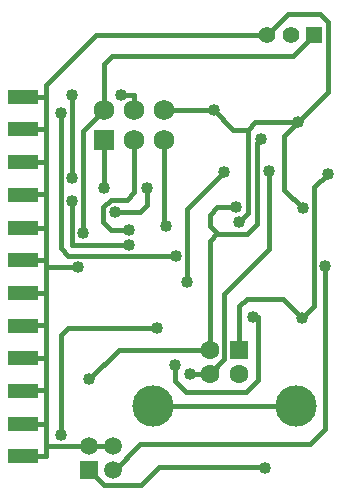
<source format=gbr>
G04 DipTrace 3.0.0.0*
G04 Bottom.gbr*
%MOMM*%
G04 #@! TF.FileFunction,Copper,L2,Bot*
G04 #@! TF.Part,Single*
G04 #@! TA.AperFunction,Conductor*
%ADD13C,0.381*%
G04 #@! TA.AperFunction,ComponentPad*
%ADD22R,1.6X1.6*%
%ADD23C,1.6*%
%ADD24C,3.5*%
%ADD25R,2.54X1.27*%
G04 #@! TA.AperFunction,ComponentPad*
%ADD26R,1.75X1.75*%
%ADD27C,1.75*%
%ADD28R,1.5X1.5*%
%ADD29C,1.5*%
%ADD30R,1.4X1.4*%
%ADD31C,1.4*%
G04 #@! TA.AperFunction,ViaPad*
%ADD35C,1.016*%
%FSLAX35Y35*%
G04*
G71*
G90*
G75*
G01*
G04 Bottom*
%LPD*%
X1202840Y1370083D2*
D13*
X1392523D1*
Y1454327D1*
Y1646943D1*
X1202840D1*
X1395433D2*
Y1930693D1*
Y2203960D1*
Y2480820D1*
Y2757680D1*
Y2972250D1*
Y3593150D1*
Y3865120D1*
Y4138683D1*
Y4414100D1*
Y4515823D1*
X1816610Y4937000D1*
X3267000D1*
X1395433Y2480820D2*
X1202840D1*
Y2477523D1*
X1395433Y2203960D2*
X1202840D1*
Y2200663D1*
Y3308103D2*
X1393700D1*
Y3031243D1*
X1202840D1*
X1671250Y2972250D2*
X1395433D1*
X2397000Y4302000D2*
X2818560D1*
X1395433Y1930693D2*
X1202840D1*
Y1923803D1*
X1392523Y1454327D2*
X1762000Y1454000D1*
X1395433Y3593150D2*
X1202840D1*
Y3584963D1*
X1395433Y3865120D2*
Y3861823D1*
X1202840D1*
X1395433Y4414100D2*
X1202840D1*
Y4415543D1*
X2818560Y4302000D2*
X2983063Y4137500D1*
X3104310D1*
X3167810Y4201000D1*
X3530800D1*
X3413000Y4083200D1*
Y3626150D1*
X3569200Y3469950D1*
X3267000Y4937000D2*
X3444950Y5114950D1*
X3717950D1*
X3781450Y5051450D1*
Y4451650D1*
X3530800Y4201000D1*
X1395433Y2757680D2*
X1202840D1*
Y2754383D1*
X1163560D1*
X1202840Y2477523D2*
X1163560D1*
X1202840Y2200663D2*
X1163560D1*
X3104310Y4137500D2*
Y3428360D1*
X3029200Y3353250D1*
X1202840Y1923803D2*
X1163560D1*
X1762000Y1454000D2*
X1962000D1*
X1202840Y4138683D2*
X1395433D1*
X2493250Y3067500D2*
X1584200D1*
X1520700Y3131000D1*
Y4279140D1*
X2099200Y3162750D2*
X1615950D1*
Y3534450D1*
X2253250Y3639200D2*
Y3502700D1*
X2189750Y3439200D1*
X1976800D1*
X1615950Y4433950D2*
Y3724950D1*
X2027240Y4433950D2*
X2143000D1*
Y4302000D1*
X1889000Y3639210D2*
Y4048000D1*
X2099200Y3289750D2*
X1945050D1*
X1881550Y3353250D1*
Y3480460D1*
X1945050Y3543960D1*
X2079500D1*
X2143000Y3607460D1*
Y4048000D1*
X2905000Y3778200D2*
X2588500Y3461703D1*
Y2847450D1*
X3002700Y3480250D2*
X2845500D1*
X2782000Y3416750D1*
Y3321500D1*
X2845500Y3258000D1*
X2782000Y3194500D1*
Y2270000D1*
X2845500Y3258000D2*
Y3250963D1*
X3097273D1*
X3184297Y3337983D1*
Y4021793D1*
X3219700Y4057200D1*
X2782000Y2270000D2*
X2010200D1*
X1762000Y2021800D1*
X2619700Y2070000D2*
X2782000D1*
X2906450Y2194450D1*
Y2748097D1*
X3286000Y3127647D1*
Y3784800D1*
X3149197Y2551360D2*
X3189667D1*
Y2017993D1*
X3088107Y1916433D1*
X2585317D1*
X2492700Y2009050D1*
Y2143000D1*
X1711200Y3258000D2*
Y4124200D1*
X1889000Y4302000D1*
X3032000Y2270000D2*
Y2639550D1*
X3095500Y2703050D1*
X3404100D1*
X3562850Y2544300D1*
X1889000Y4302000D2*
Y4695550D1*
X1952500Y4759050D1*
X3489050D1*
X3667000Y4937000D1*
X3562850Y2544300D2*
X3664450Y2645900D1*
Y3647400D1*
X3781450Y3764400D1*
X2413250Y3316800D2*
X2397000Y3333050D1*
Y4048000D1*
X3759700Y2979950D2*
Y1603817D1*
X3631730Y1475847D1*
X2195967D1*
X1962000Y1241877D1*
Y1254000D1*
X2333250Y2457950D2*
X1584200D1*
X1520700Y2394450D1*
Y1549250D1*
X3250557Y1274227D2*
Y1279980D1*
X2351937D1*
X2201097Y1129140D1*
X1886860D1*
X1762000Y1254000D1*
X2305000Y1799000D2*
X3509000D1*
D35*
X3569200Y3469950D3*
X3029200Y3353250D3*
X1671250Y2972250D3*
X3530800Y4201000D3*
X2818560Y4302000D3*
X1520700Y4279140D3*
X2493250Y3067500D3*
X1615950Y3534450D3*
X2099200Y3162750D3*
X1976800Y3439200D3*
X2253250Y3639200D3*
X1615950Y3724950D3*
Y4433950D3*
X2027240D3*
X1889000Y3639210D3*
X2099200Y3289750D3*
X2588500Y2847450D3*
X2905000Y3778200D3*
X3002700Y3480250D3*
X3219700Y4057200D3*
X1762000Y2021800D3*
X3286000Y3784800D3*
X2619700Y2070000D3*
X2492700Y2143000D3*
X3149197Y2551360D3*
X3562850Y2544300D3*
X1711200Y3258000D3*
X3781450Y3764400D3*
X2413250Y3316800D3*
X3759700Y2979950D3*
X1520700Y1549250D3*
X2333250Y2457950D3*
X3250557Y1274227D3*
D22*
X3032000Y2270000D3*
D23*
X2782000D3*
Y2070000D3*
X3032000D3*
D24*
X2305000Y1799000D3*
X3509000D3*
D25*
X1202840Y4415543D3*
Y4138683D3*
Y3861823D3*
Y3584963D3*
Y3308103D3*
Y3031243D3*
Y2754383D3*
Y2477523D3*
Y2200663D3*
Y1923803D3*
Y1646943D3*
Y1370083D3*
D26*
X1889000Y4048000D3*
D27*
X2143000D3*
X2397000D3*
Y4302000D3*
X2143000D3*
X1889000D3*
D28*
X1762000Y1254000D3*
D29*
X1962000D3*
Y1454000D3*
X1762000D3*
D30*
X3667000Y4937000D3*
D31*
X3467000D3*
X3267000D3*
M02*

</source>
